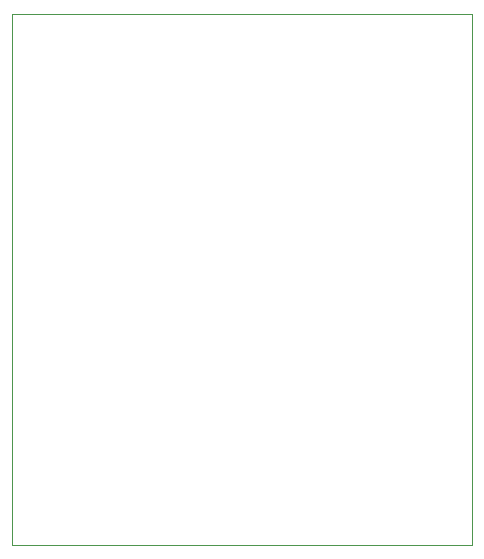
<source format=gbr>
%TF.GenerationSoftware,KiCad,Pcbnew,(5.1.9)-1*%
%TF.CreationDate,2021-10-18T19:29:22-06:00*%
%TF.ProjectId,stick_controller,73746963-6b5f-4636-9f6e-74726f6c6c65,rev?*%
%TF.SameCoordinates,Original*%
%TF.FileFunction,Profile,NP*%
%FSLAX46Y46*%
G04 Gerber Fmt 4.6, Leading zero omitted, Abs format (unit mm)*
G04 Created by KiCad (PCBNEW (5.1.9)-1) date 2021-10-18 19:29:22*
%MOMM*%
%LPD*%
G01*
G04 APERTURE LIST*
%TA.AperFunction,Profile*%
%ADD10C,0.050000*%
%TD*%
G04 APERTURE END LIST*
D10*
X148976000Y-40330000D02*
X148976000Y-53330000D01*
X109976000Y-40330000D02*
X148976000Y-40330000D01*
X109976000Y-53330000D02*
X109976000Y-40330000D01*
X109976000Y-85330000D02*
X109976000Y-53330000D01*
X148976000Y-85330000D02*
X109976000Y-85330000D01*
X148976000Y-53330000D02*
X148976000Y-85330000D01*
M02*

</source>
